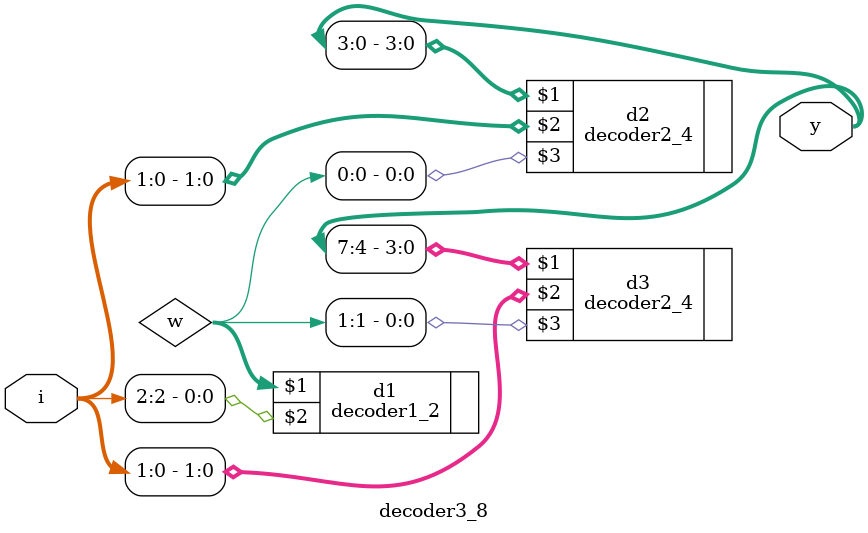
<source format=v>
`include"DEC1_2.v"
`include"DEC2_4.v"
module decoder3_8(y,i);
  input [2:0]i;
  output [7:0]y;
  wire [1:0]w;
  decoder1_2 d1(w,i[2]);
  decoder2_4 d2(y[3:0],i[1:0],w[0]);
  decoder2_4 d3(y[7:4],i[1:0],w[1]);
endmodule  


</source>
